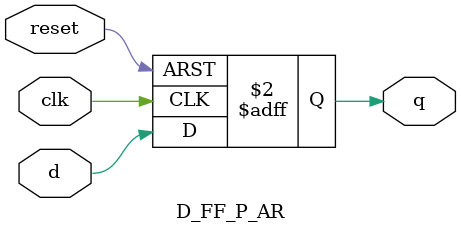
<source format=sv>
module D_FF_P_AR(d, clk, reset, q);
input logic d, clk, reset;
output logic q;
always_ff @(posedge reset, posedge clk)
	begin
	if(reset)
		q <= 1'b0;
	else
		q <= d;
	end
endmodule
</source>
